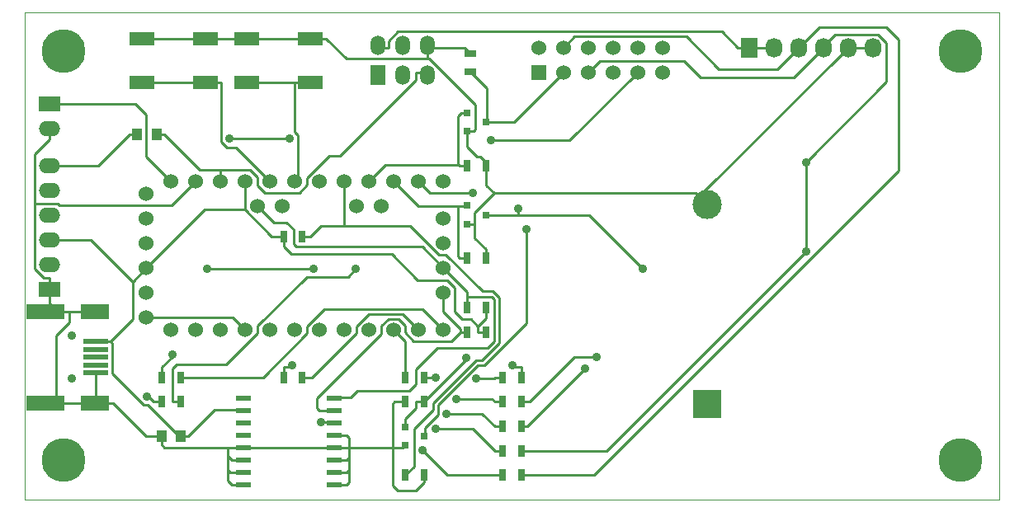
<source format=gtl>
G04 #@! TF.FileFunction,Copper,L1,Top,Signal*
%FSLAX46Y46*%
G04 Gerber Fmt 4.6, Leading zero omitted, Abs format (unit mm)*
G04 Created by KiCad (PCBNEW 4.0.0-stable) date 21/02/2016 17:37:39*
%MOMM*%
G01*
G04 APERTURE LIST*
%ADD10C,0.150000*%
%ADD11C,0.100000*%
%ADD12R,0.800100X0.800100*%
%ADD13R,1.500000X0.600000*%
%ADD14R,1.000000X1.250000*%
%ADD15C,4.500880*%
%ADD16R,2.199640X1.524000*%
%ADD17O,2.199640X1.524000*%
%ADD18R,1.524000X1.524000*%
%ADD19C,1.524000*%
%ADD20R,1.524000X1.998980*%
%ADD21O,1.524000X1.998980*%
%ADD22R,1.727200X2.032000*%
%ADD23O,1.727200X2.032000*%
%ADD24R,0.700000X1.300000*%
%ADD25R,1.300000X0.700000*%
%ADD26C,2.999740*%
%ADD27R,2.997200X2.997200*%
%ADD28R,2.499360X1.397000*%
%ADD29R,2.600000X0.500380*%
%ADD30R,4.000000X1.501140*%
%ADD31R,3.000000X1.501140*%
%ADD32C,0.899160*%
%ADD33C,0.889000*%
%ADD34C,0.254000*%
G04 APERTURE END LIST*
D10*
D11*
X100000000Y0D02*
X0Y0D01*
X100000000Y50000000D02*
X100000000Y0D01*
X0Y50000000D02*
X100000000Y50000000D01*
X0Y0D02*
X0Y50000000D01*
D12*
X45354240Y30160000D03*
X45354240Y28260000D03*
X47353220Y29210000D03*
D13*
X22401000Y10414000D03*
X22401000Y9144000D03*
X22401000Y7874000D03*
X22401000Y6604000D03*
X22401000Y5334000D03*
X22401000Y4064000D03*
X22401000Y2794000D03*
X22401000Y1524000D03*
X31701000Y1524000D03*
X31701000Y2794000D03*
X31701000Y4064000D03*
X31701000Y5334000D03*
X31701000Y6604000D03*
X31701000Y7874000D03*
X31701000Y9144000D03*
X31701000Y10414000D03*
D14*
X16000000Y6500000D03*
X14000000Y6500000D03*
X11500000Y37500000D03*
X13500000Y37500000D03*
D15*
X4000000Y46000000D03*
X4000000Y4000000D03*
X96000000Y46000000D03*
X96000000Y4000000D03*
D16*
X2540000Y21590000D03*
D17*
X2540000Y24130000D03*
X2540000Y26670000D03*
X2540000Y29210000D03*
X2540000Y31750000D03*
X2540000Y34290000D03*
D16*
X2540000Y40640000D03*
D17*
X2540000Y38100000D03*
D18*
X52705000Y43815000D03*
D19*
X52705000Y46355000D03*
X55245000Y43815000D03*
X55245000Y46355000D03*
X57785000Y43815000D03*
X57785000Y46355000D03*
X60325000Y43815000D03*
X60325000Y46355000D03*
X62865000Y43815000D03*
X62865000Y46355000D03*
X65405000Y43815000D03*
X65405000Y46355000D03*
D20*
X36195000Y43566080D03*
D21*
X36195000Y46603920D03*
X38735000Y43566080D03*
X38735000Y46603920D03*
X41275000Y43566080D03*
X41275000Y46603920D03*
D22*
X74295000Y46355000D03*
D23*
X76835000Y46355000D03*
X79375000Y46355000D03*
X81915000Y46355000D03*
X84455000Y46355000D03*
X86995000Y46355000D03*
D12*
X45354240Y39685000D03*
X45354240Y37785000D03*
X47353220Y38735000D03*
X38999240Y7450000D03*
X38999240Y5550000D03*
X40998220Y6500000D03*
D24*
X15950000Y10000000D03*
X14050000Y10000000D03*
X15950000Y12500000D03*
X14050000Y12500000D03*
X28450000Y12500000D03*
X26550000Y12500000D03*
X39050000Y12500000D03*
X40950000Y12500000D03*
X49050000Y12500000D03*
X50950000Y12500000D03*
X49050000Y10000000D03*
X50950000Y10000000D03*
X49050000Y7500000D03*
X50950000Y7500000D03*
X49050000Y5000000D03*
X50950000Y5000000D03*
X49050000Y2500000D03*
X50950000Y2500000D03*
X45405000Y19685000D03*
X47305000Y19685000D03*
X45405000Y17145000D03*
X47305000Y17145000D03*
X26550000Y27000000D03*
X28450000Y27000000D03*
X45405000Y34290000D03*
X47305000Y34290000D03*
X45405000Y24765000D03*
X47305000Y24765000D03*
X40950000Y10000000D03*
X39050000Y10000000D03*
D25*
X45720000Y43881000D03*
X45720000Y45781000D03*
D24*
X39050000Y2500000D03*
X40950000Y2500000D03*
D19*
X17526000Y17399000D03*
X20066000Y17399000D03*
X22606000Y17399000D03*
X14986000Y17399000D03*
X25146000Y17399000D03*
X27686000Y17399000D03*
X30226000Y17399000D03*
X32766000Y17399000D03*
X35306000Y17399000D03*
X37846000Y17399000D03*
X40386000Y17399000D03*
X42926000Y17399000D03*
X42926000Y21209000D03*
X42926000Y23749000D03*
X42926000Y26289000D03*
X42926000Y28829000D03*
X42926000Y32639000D03*
X40386000Y32639000D03*
X37846000Y32639000D03*
X35306000Y32639000D03*
X32766000Y32639000D03*
X30226000Y32639000D03*
X27686000Y32639000D03*
X25146000Y32639000D03*
X22606000Y32639000D03*
X20066000Y32639000D03*
X17526000Y32639000D03*
X14986000Y32639000D03*
X12446000Y18669000D03*
X12446000Y23749000D03*
X12446000Y26289000D03*
X12446000Y28829000D03*
X12446000Y31369000D03*
X36576000Y30099000D03*
X34036000Y30099000D03*
X26416000Y30099000D03*
X23876000Y30099000D03*
X12446000Y21209000D03*
D26*
X70000000Y30283200D03*
D27*
X70000000Y9785400D03*
D28*
X11991340Y42834560D03*
X11991340Y47335440D03*
X18491200Y42834560D03*
X18491200Y47335440D03*
X22786340Y42834560D03*
X22786340Y47335440D03*
X29286200Y42834560D03*
X29286200Y47335440D03*
D29*
X7245000Y14605000D03*
X7245000Y15405000D03*
X7245000Y13005000D03*
D30*
X2145000Y19305000D03*
D31*
X7145000Y19305000D03*
D30*
X2145000Y9905000D03*
D31*
X7145000Y9905000D03*
D29*
X7245000Y13805000D03*
D32*
X4843780Y16804640D03*
X4843780Y12405360D03*
D29*
X7245000Y16205000D03*
D33*
X45950300Y31440500D03*
X45325400Y14523400D03*
X80138800Y25453200D03*
X80138800Y34610500D03*
X57466100Y13395600D03*
X58645500Y14590200D03*
X50025800Y13744700D03*
X42111000Y12500000D03*
X47812400Y36839900D03*
X27443300Y13772100D03*
X15117300Y14870700D03*
X12491400Y10523300D03*
X27149000Y37071100D03*
X20950000Y37071100D03*
X51467400Y27768400D03*
X63413500Y23701700D03*
X50628600Y29830400D03*
X29632100Y23690900D03*
X18667000Y23690900D03*
X30423500Y7905000D03*
X33922400Y23635400D03*
X46302100Y12403500D03*
X44237500Y10290500D03*
X43211400Y8792000D03*
X42163800Y7275800D03*
X40797500Y5028200D03*
D34*
X76835000Y46355000D02*
X74295000Y46355000D01*
X19453300Y9175000D02*
X16778300Y6500000D01*
X21920000Y9175000D02*
X19453300Y9175000D01*
X15952500Y6500000D02*
X16778300Y6500000D01*
X47307500Y17145000D02*
X46481700Y17145000D01*
X47307500Y19685000D02*
X47307500Y18605200D01*
X22606000Y32639000D02*
X22606000Y29735900D01*
X18432900Y29735900D02*
X22606000Y29735900D01*
X12446000Y23749000D02*
X18432900Y29735900D01*
X25341900Y27000000D02*
X26547500Y27000000D01*
X22606000Y29735900D02*
X25341900Y27000000D01*
X47307500Y18605200D02*
X46481700Y17779400D01*
X46481700Y17779400D02*
X46481700Y17145000D01*
X26547500Y27000000D02*
X26547500Y25920200D01*
X7245000Y16205000D02*
X8757900Y16205000D01*
X27304500Y25163200D02*
X26547500Y25920200D01*
X37629300Y25163200D02*
X27304500Y25163200D01*
X40313500Y22479000D02*
X37629300Y25163200D01*
X43310900Y22479000D02*
X40313500Y22479000D01*
X44069400Y21720500D02*
X43310900Y22479000D01*
X44069400Y19300700D02*
X44069400Y21720500D01*
X44902300Y18467800D02*
X44069400Y19300700D01*
X45793300Y18467800D02*
X44902300Y18467800D01*
X46481700Y17779400D02*
X45793300Y18467800D01*
X8926300Y16036600D02*
X8757900Y16205000D01*
X8926300Y12920600D02*
X8926300Y16036600D01*
X12149400Y9697500D02*
X8926300Y12920600D01*
X12606600Y9697500D02*
X12149400Y9697500D01*
X15804100Y6500000D02*
X12606600Y9697500D01*
X15952500Y6500000D02*
X15804100Y6500000D01*
X11049400Y18496500D02*
X11049400Y22352400D01*
X8757900Y16205000D02*
X11049400Y18496500D01*
X11049400Y22352400D02*
X12446000Y23749000D01*
X6731800Y26670000D02*
X2540000Y26670000D01*
X11049400Y22352400D02*
X6731800Y26670000D01*
X71490800Y48015900D02*
X73151700Y46355000D01*
X38284600Y48015900D02*
X71490800Y48015900D01*
X37338300Y47069600D02*
X38284600Y48015900D01*
X37338300Y46355000D02*
X37338300Y47069600D01*
X36195000Y46355000D02*
X37338300Y46355000D01*
X74295000Y46355000D02*
X73151700Y46355000D01*
X45402500Y24765000D02*
X44576700Y24765000D01*
X44430800Y24910900D02*
X44576700Y24765000D01*
X44430800Y30099000D02*
X44430800Y24910900D01*
X40386000Y30099000D02*
X44430800Y30099000D01*
X37846000Y32639000D02*
X40386000Y30099000D01*
X44430800Y30099000D02*
X45339000Y30099000D01*
X40952500Y10000000D02*
X40126700Y10000000D01*
X40126700Y10000000D02*
X40126700Y9370200D01*
X41584500Y31440500D02*
X45950300Y31440500D01*
X40386000Y32639000D02*
X41584500Y31440500D01*
X45325400Y14372900D02*
X40952500Y10000000D01*
X45325400Y14523400D02*
X45325400Y14372900D01*
X38984000Y7389000D02*
X38984000Y8227500D01*
X40126700Y9370200D02*
X38984000Y8227500D01*
X45354240Y39685000D02*
X44765000Y39685000D01*
X44446600Y38417200D02*
X44446600Y34354800D01*
X44446600Y39366600D02*
X44446600Y38417200D01*
X44765000Y39685000D02*
X44446600Y39366600D01*
X45402500Y34290000D02*
X44576700Y34290000D01*
X35306000Y32639000D02*
X37021800Y34354800D01*
X44511900Y34354800D02*
X44576700Y34290000D01*
X44446600Y34354800D02*
X44511900Y34354800D01*
X37021800Y34354800D02*
X44446600Y34354800D01*
X23876000Y30099000D02*
X25527000Y28448000D01*
X25527000Y28448000D02*
X26820500Y28448000D01*
X26820500Y28448000D02*
X27559000Y27709500D01*
X27559000Y27709500D02*
X27559000Y26205100D01*
X27559000Y26205100D02*
X27844000Y25920100D01*
X27844000Y25920100D02*
X40754900Y25920100D01*
X40754900Y25920100D02*
X42926000Y23749000D01*
X45402500Y19685000D02*
X45402500Y20764800D01*
X45402500Y21272500D02*
X42926000Y23749000D01*
X45402500Y20764800D02*
X45402500Y21272500D01*
X32080000Y10445000D02*
X33413800Y10445000D01*
X34112600Y11143800D02*
X33413800Y10445000D01*
X39437700Y11143800D02*
X34112600Y11143800D01*
X40126600Y11832700D02*
X39437700Y11143800D01*
X40126600Y13356400D02*
X40126600Y11832700D01*
X42325600Y15555400D02*
X40126600Y13356400D01*
X47472800Y15555400D02*
X42325600Y15555400D01*
X48161800Y16244400D02*
X47472800Y15555400D01*
X48161800Y20536600D02*
X48161800Y16244400D01*
X47933600Y20764800D02*
X48161800Y20536600D01*
X45402500Y20764800D02*
X47933600Y20764800D01*
X31701000Y9144000D02*
X30226000Y9144000D01*
X44661800Y17145000D02*
X44676800Y17145000D01*
X44661800Y17145000D02*
X43769700Y16252900D01*
X43769700Y16252900D02*
X39895300Y16252900D01*
X39895300Y16252900D02*
X39018400Y17129800D01*
X39018400Y17129800D02*
X39018400Y17844000D01*
X39018400Y17844000D02*
X38319800Y18542600D01*
X38319800Y18542600D02*
X37308700Y18542600D01*
X37308700Y18542600D02*
X36576000Y17809900D01*
X36576000Y17809900D02*
X36576000Y16976000D01*
X36576000Y16976000D02*
X30746200Y11146200D01*
X29972000Y10372000D02*
X30746200Y11146200D01*
X29972000Y9398000D02*
X29972000Y10372000D01*
X30226000Y9144000D02*
X29972000Y9398000D01*
X45402500Y17145000D02*
X44989600Y17145000D01*
X44989600Y17145000D02*
X44917000Y17145000D01*
X44676800Y17532800D02*
X44676800Y17145000D01*
X42926000Y19283600D02*
X44676800Y17532800D01*
X42926000Y21209000D02*
X42926000Y19283600D01*
X44917000Y17145000D02*
X44676800Y17145000D01*
X29286200Y42834600D02*
X27655200Y42834600D01*
X27655200Y42834600D02*
X22786300Y42834600D01*
X27655200Y37732800D02*
X27655200Y42834600D01*
X27974800Y37413200D02*
X27655200Y37732800D01*
X27974800Y32927800D02*
X27974800Y37413200D01*
X27686000Y32639000D02*
X27974800Y32927800D01*
X18491200Y42834600D02*
X11991300Y42834600D01*
X18491200Y42834600D02*
X20122200Y42834600D01*
X21674600Y36110400D02*
X25146000Y32639000D01*
X20737100Y36110400D02*
X21674600Y36110400D01*
X20122200Y36725300D02*
X20737100Y36110400D01*
X20122200Y42834600D02*
X20122200Y36725300D01*
X2540000Y40640000D02*
X11303000Y40640000D01*
X11303000Y40640000D02*
X12446000Y39497000D01*
X12446000Y39497000D02*
X12446000Y35179000D01*
X12446000Y35179000D02*
X12626600Y34998400D01*
X12626600Y34998400D02*
X14986000Y32639000D01*
X41275000Y43815000D02*
X40131700Y43815000D01*
X13452500Y37500000D02*
X14278300Y37500000D01*
X20066000Y33827100D02*
X20066000Y32639000D01*
X23122800Y33827100D02*
X20066000Y33827100D01*
X23876000Y33073900D02*
X23122800Y33827100D01*
X23876000Y32260900D02*
X23876000Y33073900D01*
X24641300Y31495600D02*
X23876000Y32260900D01*
X28182900Y31495600D02*
X24641300Y31495600D01*
X28956000Y32268700D02*
X28182900Y31495600D01*
X28956000Y32998800D02*
X28956000Y32268700D01*
X31215400Y35258200D02*
X28956000Y32998800D01*
X32289500Y35258200D02*
X31215400Y35258200D01*
X40131700Y43100400D02*
X32289500Y35258200D01*
X40131700Y43815000D02*
X40131700Y43100400D01*
X17951200Y33827100D02*
X14278300Y37500000D01*
X20066000Y33827100D02*
X17951200Y33827100D01*
X81534000Y48514000D02*
X79375000Y46355000D01*
X88392000Y48514000D02*
X81534000Y48514000D01*
X89662000Y47244000D02*
X88392000Y48514000D01*
X89662000Y33740300D02*
X89662000Y47244000D01*
X58421700Y2500000D02*
X89662000Y33740300D01*
X50952500Y2500000D02*
X58421700Y2500000D01*
X56397500Y47507500D02*
X55245000Y46355000D01*
X67892300Y47507500D02*
X56397500Y47507500D01*
X71203800Y44196000D02*
X67892300Y47507500D01*
X77216000Y44196000D02*
X71203800Y44196000D01*
X79375000Y46355000D02*
X77216000Y44196000D01*
X80138800Y34610500D02*
X88392000Y42863700D01*
X88392000Y42863700D02*
X88392000Y46870544D01*
X87510534Y47752010D02*
X83159610Y47752010D01*
X88392000Y46870544D02*
X87510534Y47752010D01*
X83159610Y47752010D02*
X81915000Y46507400D01*
X81915000Y46507400D02*
X81915000Y46355000D01*
X59685600Y5000000D02*
X50952500Y5000000D01*
X58959600Y44989600D02*
X57785000Y43815000D01*
X67642700Y44989600D02*
X58959600Y44989600D01*
X69325300Y43307000D02*
X67642700Y44989600D01*
X78867000Y43307000D02*
X69325300Y43307000D01*
X81915000Y46355000D02*
X78867000Y43307000D01*
X80138800Y25453200D02*
X80138800Y34610500D01*
X80138800Y25453200D02*
X59685600Y5000000D01*
X50952500Y7500000D02*
X51570500Y7500000D01*
X51570500Y7500000D02*
X57466100Y13395600D01*
X56368500Y14590200D02*
X51778300Y10000000D01*
X58645500Y14590200D02*
X56368500Y14590200D01*
X50952500Y10000000D02*
X51778300Y10000000D01*
X50952500Y12500000D02*
X50952500Y13579800D01*
X50190700Y13579800D02*
X50025800Y13744700D01*
X50952500Y13579800D02*
X50190700Y13579800D01*
X40952500Y12500000D02*
X41778300Y12500000D01*
X41778300Y12500000D02*
X42111000Y12500000D01*
X55889900Y36839900D02*
X47812400Y36839900D01*
X62865000Y43815000D02*
X55889900Y36839900D01*
X26547500Y12500000D02*
X26547500Y13579800D01*
X27251000Y13579800D02*
X26547500Y13579800D01*
X27443300Y13772100D02*
X27251000Y13579800D01*
X14047500Y12500000D02*
X14047500Y13579800D01*
X14047500Y13579800D02*
X15117300Y14649600D01*
X15117300Y14649600D02*
X15117300Y14870700D01*
X12698400Y10523300D02*
X13221700Y10000000D01*
X12491400Y10523300D02*
X12698400Y10523300D01*
X14047500Y10000000D02*
X13221700Y10000000D01*
X47305000Y24765000D02*
X47305000Y25669000D01*
X47305000Y25669000D02*
X46135291Y26838709D01*
X46135291Y26838709D02*
X46135291Y28387001D01*
X48133300Y31429700D02*
X47305000Y32258000D01*
X47305000Y32258000D02*
X47305000Y34290000D01*
X45354240Y28260000D02*
X46008290Y28260000D01*
X46008290Y28260000D02*
X46135291Y28387001D01*
X46135291Y28387001D02*
X46135291Y29431691D01*
X46135291Y29431691D02*
X48133300Y31429700D01*
X45354240Y37785000D02*
X45354240Y36240760D01*
X45354240Y36240760D02*
X46401000Y35194000D01*
X46401000Y35194000D02*
X46701000Y35194000D01*
X46701000Y35194000D02*
X47305000Y34590000D01*
X47305000Y34590000D02*
X47305000Y34290000D01*
X41275000Y45223100D02*
X41488700Y45223100D01*
X41488700Y45223100D02*
X46187200Y40524600D01*
X46187200Y37963910D02*
X46008290Y37785000D01*
X46187200Y40524600D02*
X46187200Y37963910D01*
X46008290Y37785000D02*
X45354240Y37785000D01*
X33274000Y5334000D02*
X33274000Y6350000D01*
X33020000Y6604000D02*
X31701000Y6604000D01*
X33274000Y6350000D02*
X33020000Y6604000D01*
X33274000Y3048000D02*
X33274000Y1778000D01*
X33020000Y1524000D02*
X31701000Y1524000D01*
X33274000Y1778000D02*
X33020000Y1524000D01*
X33274000Y4318000D02*
X33274000Y3048000D01*
X33020000Y2794000D02*
X31701000Y2794000D01*
X33274000Y3048000D02*
X33020000Y2794000D01*
X33274000Y5334000D02*
X33274000Y4318000D01*
X33020000Y4064000D02*
X31701000Y4064000D01*
X33274000Y4318000D02*
X33020000Y4064000D01*
X37719000Y5334000D02*
X37719000Y1397000D01*
X40950000Y1707000D02*
X40950000Y2500000D01*
X40132000Y889000D02*
X40950000Y1707000D01*
X38227000Y889000D02*
X40132000Y889000D01*
X37719000Y1397000D02*
X38227000Y889000D01*
X39050000Y10000000D02*
X37940000Y10000000D01*
X37719000Y9779000D02*
X37719000Y5334000D01*
X37940000Y10000000D02*
X37719000Y9779000D01*
X31701000Y5334000D02*
X33274000Y5334000D01*
X33274000Y5334000D02*
X37719000Y5334000D01*
X37719000Y5334000D02*
X38783240Y5334000D01*
X38783240Y5334000D02*
X38999240Y5550000D01*
X32151000Y4064000D02*
X31701000Y4064000D01*
X38783240Y5334000D02*
X38999240Y5550000D01*
X40950000Y2200000D02*
X40950000Y2500000D01*
X22401000Y5334000D02*
X31701000Y5334000D01*
X20828000Y1905000D02*
X21209000Y1524000D01*
X21209000Y1524000D02*
X22401000Y1524000D01*
X20828000Y3048000D02*
X20828000Y1905000D01*
X20828000Y3048000D02*
X21082000Y2794000D01*
X21082000Y2794000D02*
X22401000Y2794000D01*
X20828000Y4445000D02*
X20828000Y3048000D01*
X20828000Y5334000D02*
X20828000Y4445000D01*
X20828000Y4445000D02*
X21209000Y4064000D01*
X21209000Y4064000D02*
X22401000Y4064000D01*
X20828000Y5334000D02*
X21397000Y5334000D01*
X14287000Y5334000D02*
X20828000Y5334000D01*
X14000000Y6500000D02*
X14000000Y5621000D01*
X14000000Y5621000D02*
X14287000Y5334000D01*
X21397000Y5334000D02*
X22401000Y5334000D01*
X21920000Y2825000D02*
X22086800Y2825000D01*
X41275000Y46355000D02*
X45148500Y46355000D01*
X45148500Y46355000D02*
X45720000Y45783500D01*
X7245000Y13005000D02*
X7245000Y10005000D01*
X7245000Y10005000D02*
X7145000Y9905000D01*
X12431300Y6500000D02*
X14047500Y6500000D01*
X9026300Y9905000D02*
X12431300Y6500000D01*
X7145000Y9905000D02*
X9026300Y9905000D01*
X11991300Y47335400D02*
X18491200Y47335400D01*
X4526300Y9905000D02*
X7145000Y9905000D01*
X2145000Y9905000D02*
X3206100Y9905000D01*
X3206100Y9905000D02*
X4526300Y9905000D01*
X4526300Y18173100D02*
X4526300Y19305000D01*
X3206100Y16852900D02*
X4526300Y18173100D01*
X3206100Y9905000D02*
X3206100Y16852900D01*
X86995000Y46355000D02*
X84455000Y46355000D01*
X2145000Y19305000D02*
X3335700Y19305000D01*
X3335700Y19305000D02*
X4526300Y19305000D01*
X2540000Y20100700D02*
X2540000Y21590000D01*
X3335700Y19305000D02*
X2540000Y20100700D01*
X2540000Y38100000D02*
X2540000Y36956700D01*
X2540000Y21590000D02*
X2540000Y22733300D01*
X15079700Y30192700D02*
X17526000Y32639000D01*
X3512100Y30192700D02*
X15079700Y30192700D01*
X3350500Y30354300D02*
X3512100Y30192700D01*
X1044200Y30354300D02*
X3350500Y30354300D01*
X1044200Y35460900D02*
X1044200Y30354300D01*
X2540000Y36956700D02*
X1044200Y35460900D01*
X1968400Y22733300D02*
X2540000Y22733300D01*
X1044200Y23657500D02*
X1968400Y22733300D01*
X1044200Y30354300D02*
X1044200Y23657500D01*
X18491200Y47335400D02*
X22786300Y47335400D01*
X22786300Y47335400D02*
X29286200Y47335400D01*
X33029500Y45223100D02*
X41275000Y45223100D01*
X30917200Y47335400D02*
X33029500Y45223100D01*
X29286200Y47335400D02*
X30917200Y47335400D01*
X41275000Y46355000D02*
X41275000Y45223100D01*
X4526300Y19305000D02*
X7145000Y19305000D01*
X21336000Y18669000D02*
X22606000Y17399000D01*
X12446000Y18669000D02*
X21336000Y18669000D01*
X69191600Y31091600D02*
X84455000Y46355000D01*
X68853500Y31429700D02*
X69191600Y31091600D01*
X48133300Y31429700D02*
X68853500Y31429700D01*
X69191600Y31091600D02*
X70000000Y30283200D01*
X32080000Y2825000D02*
X31810100Y2825000D01*
X27149000Y37071100D02*
X20950000Y37071100D01*
X41016000Y6500000D02*
X41016000Y7338500D01*
X42385600Y8708100D02*
X41016000Y7338500D01*
X42385600Y9672700D02*
X42385600Y8708100D01*
X46477500Y13764600D02*
X42385600Y9672700D01*
X47119900Y13764600D02*
X46477500Y13764600D01*
X51467400Y18112100D02*
X47119900Y13764600D01*
X51467400Y27768400D02*
X51467400Y18112100D01*
X57905200Y29210000D02*
X63413500Y23701700D01*
X50628600Y29210000D02*
X57905200Y29210000D01*
X50628600Y29210000D02*
X50628600Y29830400D01*
X29632100Y23690900D02*
X18667000Y23690900D01*
X47371000Y29210000D02*
X50628600Y29210000D01*
X47371000Y38735000D02*
X47371000Y42227500D01*
X47371000Y42227500D02*
X45720000Y43878500D01*
X50165000Y38735000D02*
X48209500Y38735000D01*
X55245000Y43815000D02*
X50165000Y38735000D01*
X47371000Y38735000D02*
X48209500Y38735000D01*
X32080000Y7905000D02*
X30746200Y7905000D01*
X30746200Y7905000D02*
X30423500Y7905000D01*
X7511700Y34290000D02*
X2540000Y34290000D01*
X10721700Y37500000D02*
X7511700Y34290000D01*
X11547500Y37500000D02*
X10721700Y37500000D01*
X15952500Y10000000D02*
X15126700Y10000000D01*
X33141100Y22854100D02*
X33922400Y23635400D01*
X28920600Y22854100D02*
X33141100Y22854100D01*
X23876000Y17809500D02*
X28920600Y22854100D01*
X23876000Y17032600D02*
X23876000Y17809500D01*
X20659100Y13815700D02*
X23876000Y17032600D01*
X15528100Y13815700D02*
X20659100Y13815700D01*
X15126700Y13414300D02*
X15528100Y13815700D01*
X15126700Y10000000D02*
X15126700Y13414300D01*
X15952500Y12500000D02*
X16778300Y12500000D01*
X24416100Y12500000D02*
X16778300Y12500000D01*
X28956000Y17039900D02*
X24416100Y12500000D01*
X28956000Y17755500D02*
X28956000Y17039900D01*
X30759700Y19559200D02*
X28956000Y17755500D01*
X40765800Y19559200D02*
X30759700Y19559200D01*
X42926000Y17399000D02*
X40765800Y19559200D01*
X29489900Y12500000D02*
X28452500Y12500000D01*
X34036000Y17046100D02*
X29489900Y12500000D01*
X34036000Y17754600D02*
X34036000Y17046100D01*
X35332300Y19050900D02*
X34036000Y17754600D01*
X38734100Y19050900D02*
X35332300Y19050900D01*
X40386000Y17399000D02*
X38734100Y19050900D01*
X39047500Y16197500D02*
X39047500Y12500000D01*
X37846000Y17399000D02*
X39047500Y16197500D01*
X49047500Y12500000D02*
X48221700Y12500000D01*
X48125200Y12403500D02*
X46302100Y12403500D01*
X48221700Y12500000D02*
X48125200Y12403500D01*
X49047500Y10000000D02*
X48221700Y10000000D01*
X47931200Y10290500D02*
X44237500Y10290500D01*
X48221700Y10000000D02*
X47931200Y10290500D01*
X46929700Y8792000D02*
X48221700Y7500000D01*
X43211400Y8792000D02*
X46929700Y8792000D01*
X49047500Y7500000D02*
X48221700Y7500000D01*
X49047500Y5000000D02*
X48221700Y5000000D01*
X45945900Y7275800D02*
X42163800Y7275800D01*
X48221700Y5000000D02*
X45945900Y7275800D01*
X43325700Y2500000D02*
X40797500Y5028200D01*
X49047500Y2500000D02*
X43325700Y2500000D01*
X28452500Y27000000D02*
X29278300Y27000000D01*
X32766000Y32639000D02*
X32766000Y28105000D01*
X30383300Y28105000D02*
X32766000Y28105000D01*
X29278300Y27000000D02*
X30383300Y28105000D01*
X39939600Y3392100D02*
X39047500Y2500000D01*
X39939600Y7288900D02*
X39939600Y3392100D01*
X41877300Y9226600D02*
X39939600Y7288900D01*
X41877300Y9883200D02*
X41877300Y9226600D01*
X46267000Y14272900D02*
X41877300Y9883200D01*
X46909300Y14272900D02*
X46267000Y14272900D01*
X48709300Y16072900D02*
X46909300Y14272900D01*
X48709300Y20736700D02*
X48709300Y16072900D01*
X48033300Y21412700D02*
X48709300Y20736700D01*
X46937300Y21412700D02*
X48033300Y21412700D01*
X43204400Y25145600D02*
X46937300Y21412700D01*
X42452600Y25145600D02*
X43204400Y25145600D01*
X39493200Y28105000D02*
X42452600Y25145600D01*
X32766000Y28105000D02*
X39493200Y28105000D01*
M02*

</source>
